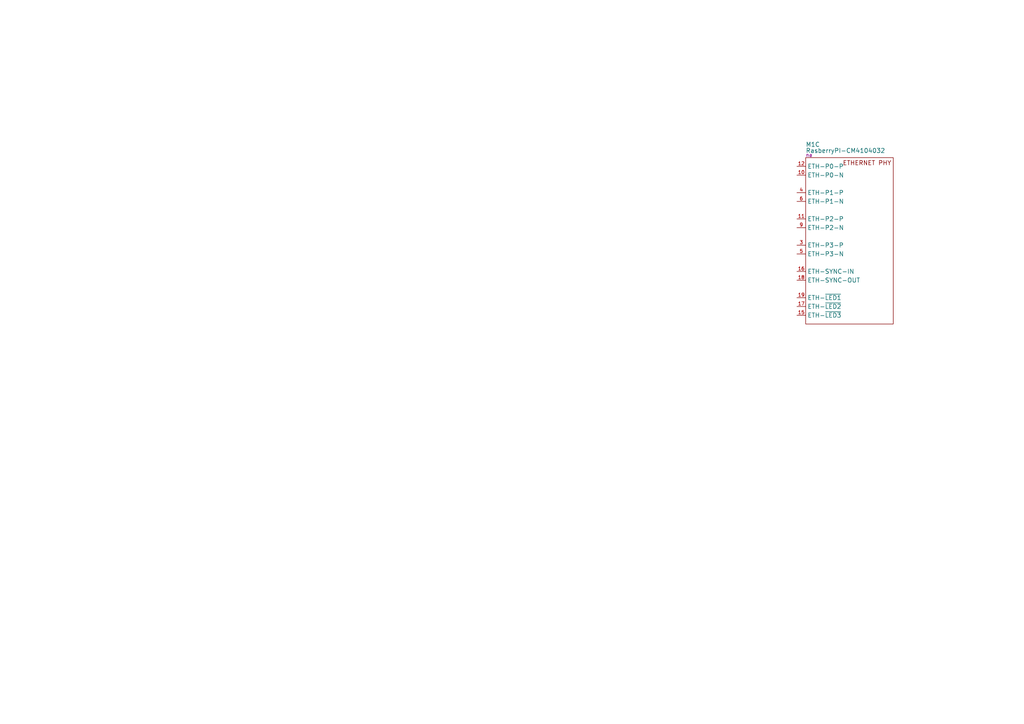
<source format=kicad_sch>
(kicad_sch
	(version 20231120)
	(generator "eeschema")
	(generator_version "8.0")
	(uuid "021b601b-3ecf-4462-876b-19ef82d5b656")
	(paper "A4")
	(title_block
		(title "Benchy Motherboard Ras PI - Ethernet")
		(rev "1")
		(company "Daxxn Industries")
	)
	(lib_symbols
		(symbol "DX_Module_PI:RPI-CM4104032"
			(exclude_from_sim no)
			(in_bom yes)
			(on_board yes)
			(property "Reference" "M"
				(at 0 3.81 0)
				(effects
					(font
						(size 1.27 1.27)
					)
					(justify left)
				)
			)
			(property "Value" "RasberryPI-CM4104032"
				(at 0 2.032 0)
				(effects
					(font
						(size 1.27 1.27)
					)
					(justify left)
				)
			)
			(property "Footprint" "Daxxn_Modules:RPI-CM4_SC0674"
				(at 0 7.62 0)
				(effects
					(font
						(size 1.27 1.27)
					)
					(hide yes)
				)
			)
			(property "Datasheet" "F:\\Electrical\\Datasheets\\RPI-CM4.pdf"
				(at 0 9.144 0)
				(effects
					(font
						(size 1.27 1.27)
					)
					(hide yes)
				)
			)
			(property "Description" "Raspberry Pi Compute Module 4 Rev 5, 1.5GHz quad-core ARM Cortex-A72 Processor 4GB RAM, 32GB Storage"
				(at 0 10.922 0)
				(effects
					(font
						(size 1.27 1.27)
					)
					(hide yes)
				)
			)
			(property "PartNumber" "na"
				(at 0 0.762 0)
				(effects
					(font
						(size 1 1)
					)
					(justify left)
				)
			)
			(property "ki_locked" ""
				(at 0 0 0)
				(effects
					(font
						(size 1.27 1.27)
					)
				)
			)
			(symbol "RPI-CM4104032_1_0"
				(pin power_in line
					(at -2.54 -48.26 0)
					(length 2.54)
					(name "GND"
						(effects
							(font
								(size 1.27 1.27)
							)
						)
					)
					(number "1"
						(effects
							(font
								(size 0.9906 0.9906)
							)
						)
					)
				)
				(pin input line
					(at 53.34 -2.54 180)
					(length 2.54)
					(name "~{EXT-RESET}"
						(effects
							(font
								(size 1.27 1.27)
							)
						)
					)
					(number "100"
						(effects
							(font
								(size 0.9906 0.9906)
							)
						)
					)
				)
				(pin no_connect line
					(at 20.32 -15.24 0)
					(length 2.54) hide
					(name "Reserved"
						(effects
							(font
								(size 1.27 1.27)
							)
						)
					)
					(number "104"
						(effects
							(font
								(size 0.9906 0.9906)
							)
						)
					)
				)
				(pin no_connect line
					(at 20.32 -17.78 0)
					(length 2.54) hide
					(name "Reserved"
						(effects
							(font
								(size 1.27 1.27)
							)
						)
					)
					(number "106"
						(effects
							(font
								(size 0.9906 0.9906)
							)
						)
					)
				)
				(pin power_in line
					(at -2.54 -48.26 0)
					(length 2.54) hide
					(name "GND"
						(effects
							(font
								(size 1.27 1.27)
							)
						)
					)
					(number "107"
						(effects
							(font
								(size 0.9906 0.9906)
							)
						)
					)
				)
				(pin power_in line
					(at -2.54 -48.26 0)
					(length 2.54) hide
					(name "GND"
						(effects
							(font
								(size 1.27 1.27)
							)
						)
					)
					(number "108"
						(effects
							(font
								(size 0.9906 0.9906)
							)
						)
					)
				)
				(pin bidirectional line
					(at -2.54 -30.48 0)
					(length 2.54)
					(name "VDAC-COMP"
						(effects
							(font
								(size 1.27 1.27)
							)
						)
					)
					(number "111"
						(effects
							(font
								(size 0.9906 0.9906)
							)
						)
					)
				)
				(pin power_in line
					(at -2.54 -48.26 0)
					(length 2.54) hide
					(name "GND"
						(effects
							(font
								(size 1.27 1.27)
							)
						)
					)
					(number "113"
						(effects
							(font
								(size 0.9906 0.9906)
							)
						)
					)
				)
				(pin power_in line
					(at -2.54 -48.26 0)
					(length 2.54) hide
					(name "GND"
						(effects
							(font
								(size 1.27 1.27)
							)
						)
					)
					(number "114"
						(effects
							(font
								(size 0.9906 0.9906)
							)
						)
					)
				)
				(pin power_in line
					(at -2.54 -48.26 0)
					(length 2.54) hide
					(name "GND"
						(effects
							(font
								(size 1.27 1.27)
							)
						)
					)
					(number "119"
						(effects
							(font
								(size 0.9906 0.9906)
							)
						)
					)
				)
				(pin power_in line
					(at -2.54 -48.26 0)
					(length 2.54) hide
					(name "GND"
						(effects
							(font
								(size 1.27 1.27)
							)
						)
					)
					(number "120"
						(effects
							(font
								(size 0.9906 0.9906)
							)
						)
					)
				)
				(pin power_in line
					(at -2.54 -48.26 0)
					(length 2.54) hide
					(name "GND"
						(effects
							(font
								(size 1.27 1.27)
							)
						)
					)
					(number "125"
						(effects
							(font
								(size 0.9906 0.9906)
							)
						)
					)
				)
				(pin power_in line
					(at -2.54 -48.26 0)
					(length 2.54) hide
					(name "GND"
						(effects
							(font
								(size 1.27 1.27)
							)
						)
					)
					(number "126"
						(effects
							(font
								(size 0.9906 0.9906)
							)
						)
					)
				)
				(pin power_in line
					(at -2.54 -48.26 0)
					(length 2.54) hide
					(name "GND"
						(effects
							(font
								(size 1.27 1.27)
							)
						)
					)
					(number "13"
						(effects
							(font
								(size 0.9906 0.9906)
							)
						)
					)
				)
				(pin power_in line
					(at -2.54 -48.26 0)
					(length 2.54) hide
					(name "GND"
						(effects
							(font
								(size 1.27 1.27)
							)
						)
					)
					(number "131"
						(effects
							(font
								(size 0.9906 0.9906)
							)
						)
					)
				)
				(pin power_in line
					(at -2.54 -48.26 0)
					(length 2.54) hide
					(name "GND"
						(effects
							(font
								(size 1.27 1.27)
							)
						)
					)
					(number "132"
						(effects
							(font
								(size 0.9906 0.9906)
							)
						)
					)
				)
				(pin power_in line
					(at -2.54 -48.26 0)
					(length 2.54) hide
					(name "GND"
						(effects
							(font
								(size 1.27 1.27)
							)
						)
					)
					(number "137"
						(effects
							(font
								(size 0.9906 0.9906)
							)
						)
					)
				)
				(pin power_in line
					(at -2.54 -48.26 0)
					(length 2.54) hide
					(name "GND"
						(effects
							(font
								(size 1.27 1.27)
							)
						)
					)
					(number "138"
						(effects
							(font
								(size 0.9906 0.9906)
							)
						)
					)
				)
				(pin power_in line
					(at -2.54 -48.26 0)
					(length 2.54) hide
					(name "GND"
						(effects
							(font
								(size 1.27 1.27)
							)
						)
					)
					(number "14"
						(effects
							(font
								(size 0.9906 0.9906)
							)
						)
					)
				)
				(pin power_in line
					(at -2.54 -48.26 0)
					(length 2.54) hide
					(name "GND"
						(effects
							(font
								(size 1.27 1.27)
							)
						)
					)
					(number "144"
						(effects
							(font
								(size 0.9906 0.9906)
							)
						)
					)
				)
				(pin power_in line
					(at -2.54 -48.26 0)
					(length 2.54) hide
					(name "GND"
						(effects
							(font
								(size 1.27 1.27)
							)
						)
					)
					(number "150"
						(effects
							(font
								(size 0.9906 0.9906)
							)
						)
					)
				)
				(pin power_in line
					(at -2.54 -48.26 0)
					(length 2.54) hide
					(name "GND"
						(effects
							(font
								(size 1.27 1.27)
							)
						)
					)
					(number "155"
						(effects
							(font
								(size 0.9906 0.9906)
							)
						)
					)
				)
				(pin power_in line
					(at -2.54 -48.26 0)
					(length 2.54) hide
					(name "GND"
						(effects
							(font
								(size 1.27 1.27)
							)
						)
					)
					(number "156"
						(effects
							(font
								(size 0.9906 0.9906)
							)
						)
					)
				)
				(pin power_in line
					(at -2.54 -48.26 0)
					(length 2.54) hide
					(name "GND"
						(effects
							(font
								(size 1.27 1.27)
							)
						)
					)
					(number "161"
						(effects
							(font
								(size 0.9906 0.9906)
							)
						)
					)
				)
				(pin power_in line
					(at -2.54 -48.26 0)
					(length 2.54) hide
					(name "GND"
						(effects
							(font
								(size 1.27 1.27)
							)
						)
					)
					(number "162"
						(effects
							(font
								(size 0.9906 0.9906)
							)
						)
					)
				)
				(pin power_in line
					(at -2.54 -48.26 0)
					(length 2.54) hide
					(name "GND"
						(effects
							(font
								(size 1.27 1.27)
							)
						)
					)
					(number "167"
						(effects
							(font
								(size 0.9906 0.9906)
							)
						)
					)
				)
				(pin power_in line
					(at -2.54 -48.26 0)
					(length 2.54) hide
					(name "GND"
						(effects
							(font
								(size 1.27 1.27)
							)
						)
					)
					(number "168"
						(effects
							(font
								(size 0.9906 0.9906)
							)
						)
					)
				)
				(pin power_in line
					(at -2.54 -48.26 0)
					(length 2.54) hide
					(name "GND"
						(effects
							(font
								(size 1.27 1.27)
							)
						)
					)
					(number "173"
						(effects
							(font
								(size 0.9906 0.9906)
							)
						)
					)
				)
				(pin power_in line
					(at -2.54 -48.26 0)
					(length 2.54) hide
					(name "GND"
						(effects
							(font
								(size 1.27 1.27)
							)
						)
					)
					(number "174"
						(effects
							(font
								(size 0.9906 0.9906)
							)
						)
					)
				)
				(pin power_in line
					(at -2.54 -48.26 0)
					(length 2.54) hide
					(name "GND"
						(effects
							(font
								(size 1.27 1.27)
							)
						)
					)
					(number "179"
						(effects
							(font
								(size 0.9906 0.9906)
							)
						)
					)
				)
				(pin power_in line
					(at -2.54 -48.26 0)
					(length 2.54) hide
					(name "GND"
						(effects
							(font
								(size 1.27 1.27)
							)
						)
					)
					(number "180"
						(effects
							(font
								(size 0.9906 0.9906)
							)
						)
					)
				)
				(pin power_in line
					(at -2.54 -48.26 0)
					(length 2.54) hide
					(name "GND"
						(effects
							(font
								(size 1.27 1.27)
							)
						)
					)
					(number "185"
						(effects
							(font
								(size 0.9906 0.9906)
							)
						)
					)
				)
				(pin power_in line
					(at -2.54 -48.26 0)
					(length 2.54) hide
					(name "GND"
						(effects
							(font
								(size 1.27 1.27)
							)
						)
					)
					(number "186"
						(effects
							(font
								(size 0.9906 0.9906)
							)
						)
					)
				)
				(pin power_in line
					(at -2.54 -48.26 0)
					(length 2.54) hide
					(name "GND"
						(effects
							(font
								(size 1.27 1.27)
							)
						)
					)
					(number "191"
						(effects
							(font
								(size 0.9906 0.9906)
							)
						)
					)
				)
				(pin power_in line
					(at -2.54 -48.26 0)
					(length 2.54) hide
					(name "GND"
						(effects
							(font
								(size 1.27 1.27)
							)
						)
					)
					(number "192"
						(effects
							(font
								(size 0.9906 0.9906)
							)
						)
					)
				)
				(pin power_in line
					(at -2.54 -48.26 0)
					(length 2.54) hide
					(name "GND"
						(effects
							(font
								(size 1.27 1.27)
							)
						)
					)
					(number "197"
						(effects
							(font
								(size 0.9906 0.9906)
							)
						)
					)
				)
				(pin power_in line
					(at -2.54 -48.26 0)
					(length 2.54) hide
					(name "GND"
						(effects
							(font
								(size 1.27 1.27)
							)
						)
					)
					(number "198"
						(effects
							(font
								(size 0.9906 0.9906)
							)
						)
					)
				)
				(pin power_in line
					(at -2.54 -48.26 0)
					(length 2.54) hide
					(name "GND"
						(effects
							(font
								(size 1.27 1.27)
							)
						)
					)
					(number "2"
						(effects
							(font
								(size 0.9906 0.9906)
							)
						)
					)
				)
				(pin output line
					(at 53.34 -40.64 180)
					(length 2.54)
					(name "EEPROM-~{WP}"
						(effects
							(font
								(size 1.27 1.27)
							)
						)
					)
					(number "20"
						(effects
							(font
								(size 0.9906 0.9906)
							)
						)
					)
				)
				(pin output line
					(at 53.34 -35.56 180)
					(length 2.54)
					(name "PI-~{LED-ACT}"
						(effects
							(font
								(size 1.27 1.27)
							)
						)
					)
					(number "21"
						(effects
							(font
								(size 0.9906 0.9906)
							)
						)
					)
				)
				(pin power_in line
					(at -2.54 -48.26 0)
					(length 2.54) hide
					(name "GND"
						(effects
							(font
								(size 1.27 1.27)
							)
						)
					)
					(number "22"
						(effects
							(font
								(size 0.9906 0.9906)
							)
						)
					)
				)
				(pin power_in line
					(at -2.54 -48.26 0)
					(length 2.54) hide
					(name "GND"
						(effects
							(font
								(size 1.27 1.27)
							)
						)
					)
					(number "23"
						(effects
							(font
								(size 0.9906 0.9906)
							)
						)
					)
				)
				(pin power_in line
					(at -2.54 -48.26 0)
					(length 2.54) hide
					(name "GND"
						(effects
							(font
								(size 1.27 1.27)
							)
						)
					)
					(number "32"
						(effects
							(font
								(size 0.9906 0.9906)
							)
						)
					)
				)
				(pin power_in line
					(at -2.54 -48.26 0)
					(length 2.54) hide
					(name "GND"
						(effects
							(font
								(size 1.27 1.27)
							)
						)
					)
					(number "33"
						(effects
							(font
								(size 0.9906 0.9906)
							)
						)
					)
				)
				(pin power_in line
					(at -2.54 -48.26 0)
					(length 2.54) hide
					(name "GND"
						(effects
							(font
								(size 1.27 1.27)
							)
						)
					)
					(number "42"
						(effects
							(font
								(size 0.9906 0.9906)
							)
						)
					)
				)
				(pin power_in line
					(at -2.54 -48.26 0)
					(length 2.54) hide
					(name "GND"
						(effects
							(font
								(size 1.27 1.27)
							)
						)
					)
					(number "43"
						(effects
							(font
								(size 0.9906 0.9906)
							)
						)
					)
				)
				(pin power_in line
					(at -2.54 -48.26 0)
					(length 2.54) hide
					(name "GND"
						(effects
							(font
								(size 1.27 1.27)
							)
						)
					)
					(number "52"
						(effects
							(font
								(size 0.9906 0.9906)
							)
						)
					)
				)
				(pin power_in line
					(at -2.54 -48.26 0)
					(length 2.54) hide
					(name "GND"
						(effects
							(font
								(size 1.27 1.27)
							)
						)
					)
					(number "53"
						(effects
							(font
								(size 0.9906 0.9906)
							)
						)
					)
				)
				(pin power_in line
					(at -2.54 -48.26 0)
					(length 2.54) hide
					(name "GND"
						(effects
							(font
								(size 1.27 1.27)
							)
						)
					)
					(number "59"
						(effects
							(font
								(size 0.9906 0.9906)
							)
						)
					)
				)
				(pin power_in line
					(at -2.54 -48.26 0)
					(length 2.54) hide
					(name "GND"
						(effects
							(font
								(size 1.27 1.27)
							)
						)
					)
					(number "60"
						(effects
							(font
								(size 0.9906 0.9906)
							)
						)
					)
				)
				(pin power_in line
					(at -2.54 -48.26 0)
					(length 2.54) hide
					(name "GND"
						(effects
							(font
								(size 1.27 1.27)
							)
						)
					)
					(number "65"
						(effects
							(font
								(size 0.9906 0.9906)
							)
						)
					)
				)
				(pin power_in line
					(at -2.54 -48.26 0)
					(length 2.54) hide
					(name "GND"
						(effects
							(font
								(size 1.27 1.27)
							)
						)
					)
					(number "66"
						(effects
							(font
								(size 0.9906 0.9906)
							)
						)
					)
				)
				(pin power_in line
					(at -2.54 -48.26 0)
					(length 2.54) hide
					(name "GND"
						(effects
							(font
								(size 1.27 1.27)
							)
						)
					)
					(number "7"
						(effects
							(font
								(size 0.9906 0.9906)
							)
						)
					)
				)
				(pin power_in line
					(at -2.54 -48.26 0)
					(length 2.54) hide
					(name "GND"
						(effects
							(font
								(size 1.27 1.27)
							)
						)
					)
					(number "71"
						(effects
							(font
								(size 0.9906 0.9906)
							)
						)
					)
				)
				(pin input line
					(at -2.54 -35.56 0)
					(length 2.54)
					(name "SD-VDD-OVERRIDE"
						(effects
							(font
								(size 1.27 1.27)
							)
						)
					)
					(number "73"
						(effects
							(font
								(size 0.9906 0.9906)
							)
						)
					)
				)
				(pin power_in line
					(at -2.54 -48.26 0)
					(length 2.54) hide
					(name "GND"
						(effects
							(font
								(size 1.27 1.27)
							)
						)
					)
					(number "74"
						(effects
							(font
								(size 0.9906 0.9906)
							)
						)
					)
				)
				(pin input line
					(at -2.54 -38.1 0)
					(length 2.54)
					(name "SD-PWR-ON"
						(effects
							(font
								(size 1.27 1.27)
							)
						)
					)
					(number "75"
						(effects
							(font
								(size 0.9906 0.9906)
							)
						)
					)
				)
				(pin no_connect line
					(at 20.32 -12.7 0)
					(length 2.54) hide
					(name "Reserved"
						(effects
							(font
								(size 1.27 1.27)
							)
						)
					)
					(number "76"
						(effects
							(font
								(size 0.9906 0.9906)
							)
						)
					)
				)
				(pin power_in line
					(at -2.54 -2.54 0)
					(length 2.54) hide
					(name "+5VIN"
						(effects
							(font
								(size 1.27 1.27)
							)
						)
					)
					(number "77"
						(effects
							(font
								(size 0.9906 0.9906)
							)
						)
					)
				)
				(pin input line
					(at -2.54 -17.78 0)
					(length 2.54)
					(name "GPIO-VREF"
						(effects
							(font
								(size 1.27 1.27)
							)
						)
					)
					(number "78"
						(effects
							(font
								(size 0.9906 0.9906)
							)
						)
					)
				)
				(pin power_in line
					(at -2.54 -2.54 0)
					(length 2.54)
					(name "+5VIN"
						(effects
							(font
								(size 1.27 1.27)
							)
						)
					)
					(number "79"
						(effects
							(font
								(size 0.9906 0.9906)
							)
						)
					)
				)
				(pin power_in line
					(at -2.54 -48.26 0)
					(length 2.54) hide
					(name "GND"
						(effects
							(font
								(size 1.27 1.27)
							)
						)
					)
					(number "8"
						(effects
							(font
								(size 0.9906 0.9906)
							)
						)
					)
				)
				(pin power_in line
					(at -2.54 -2.54 0)
					(length 2.54) hide
					(name "+5VIN"
						(effects
							(font
								(size 1.27 1.27)
							)
						)
					)
					(number "81"
						(effects
							(font
								(size 0.9906 0.9906)
							)
						)
					)
				)
				(pin power_in line
					(at -2.54 -2.54 0)
					(length 2.54) hide
					(name "+5VIN"
						(effects
							(font
								(size 1.27 1.27)
							)
						)
					)
					(number "83"
						(effects
							(font
								(size 0.9906 0.9906)
							)
						)
					)
				)
				(pin power_out line
					(at -2.54 -7.62 0)
					(length 2.54)
					(name "CM4-3.3V"
						(effects
							(font
								(size 1.27 1.27)
							)
						)
					)
					(number "84"
						(effects
							(font
								(size 0.9906 0.9906)
							)
						)
					)
				)
				(pin power_in line
					(at -2.54 -2.54 0)
					(length 2.54) hide
					(name "+5VIN"
						(effects
							(font
								(size 1.27 1.27)
							)
						)
					)
					(number "85"
						(effects
							(font
								(size 0.9906 0.9906)
							)
						)
					)
				)
				(pin power_out line
					(at -2.54 -7.62 0)
					(length 2.54) hide
					(name "CM4-3.3V"
						(effects
							(font
								(size 1.27 1.27)
							)
						)
					)
					(number "86"
						(effects
							(font
								(size 0.9906 0.9906)
							)
						)
					)
				)
				(pin power_in line
					(at -2.54 -2.54 0)
					(length 2.54) hide
					(name "+5VIN"
						(effects
							(font
								(size 1.27 1.27)
							)
						)
					)
					(number "87"
						(effects
							(font
								(size 0.9906 0.9906)
							)
						)
					)
				)
				(pin power_out line
					(at -2.54 -12.7 0)
					(length 2.54)
					(name "CM4-1.8V"
						(effects
							(font
								(size 1.27 1.27)
							)
						)
					)
					(number "88"
						(effects
							(font
								(size 0.9906 0.9906)
							)
						)
					)
				)
				(pin input line
					(at 53.34 -7.62 180)
					(length 2.54)
					(name "WL-~{DISABLE}"
						(effects
							(font
								(size 1.27 1.27)
							)
						)
					)
					(number "89"
						(effects
							(font
								(size 0.9906 0.9906)
							)
						)
					)
				)
				(pin power_out line
					(at -2.54 -12.7 0)
					(length 2.54) hide
					(name "CM4-1.8V"
						(effects
							(font
								(size 1.27 1.27)
							)
						)
					)
					(number "90"
						(effects
							(font
								(size 0.9906 0.9906)
							)
						)
					)
				)
				(pin input line
					(at 53.34 -10.16 180)
					(length 2.54)
					(name "BT-~{Disable}"
						(effects
							(font
								(size 1.27 1.27)
							)
						)
					)
					(number "91"
						(effects
							(font
								(size 0.9906 0.9906)
							)
						)
					)
				)
				(pin bidirectional line
					(at 53.34 -17.78 180)
					(length 2.54)
					(name "RUN-PG"
						(effects
							(font
								(size 1.27 1.27)
							)
						)
					)
					(number "92"
						(effects
							(font
								(size 0.9906 0.9906)
							)
						)
					)
				)
				(pin input line
					(at 53.34 -15.24 180)
					(length 2.54)
					(name "~{RPIBOOT}"
						(effects
							(font
								(size 1.27 1.27)
							)
						)
					)
					(number "93"
						(effects
							(font
								(size 0.9906 0.9906)
							)
						)
					)
				)
				(pin input line
					(at 53.34 -50.8 180)
					(length 2.54)
					(name "AnalogIP1"
						(effects
							(font
								(size 1.27 1.27)
							)
						)
					)
					(number "94"
						(effects
							(font
								(size 0.9906 0.9906)
							)
						)
					)
				)
				(pin input line
					(at 53.34 -33.02 180)
					(length 2.54)
					(name "PI-LED-~{PWR}"
						(effects
							(font
								(size 1.27 1.27)
							)
						)
					)
					(number "95"
						(effects
							(font
								(size 0.9906 0.9906)
							)
						)
					)
				)
				(pin input line
					(at 53.34 -48.26 180)
					(length 2.54)
					(name "AnalogIP0"
						(effects
							(font
								(size 1.27 1.27)
							)
						)
					)
					(number "96"
						(effects
							(font
								(size 0.9906 0.9906)
							)
						)
					)
				)
				(pin input line
					(at 53.34 -27.94 180)
					(length 2.54)
					(name "Camera-GPIO"
						(effects
							(font
								(size 1.27 1.27)
							)
						)
					)
					(number "97"
						(effects
							(font
								(size 0.9906 0.9906)
							)
						)
					)
				)
				(pin power_in line
					(at -2.54 -48.26 0)
					(length 2.54) hide
					(name "GND"
						(effects
							(font
								(size 1.27 1.27)
							)
						)
					)
					(number "98"
						(effects
							(font
								(size 0.9906 0.9906)
							)
						)
					)
				)
				(pin input line
					(at 53.34 -22.86 180)
					(length 2.54)
					(name "GLOBAL-EN"
						(effects
							(font
								(size 1.27 1.27)
							)
						)
					)
					(number "99"
						(effects
							(font
								(size 0.9906 0.9906)
							)
						)
					)
				)
				(pin power_in line
					(at -2.54 -50.8 0)
					(length 2.54)
					(name "SHIELD"
						(effects
							(font
								(size 1.27 1.27)
							)
						)
					)
					(number "SH"
						(effects
							(font
								(size 0.9906 0.9906)
							)
						)
					)
				)
			)
			(symbol "RPI-CM4104032_1_1"
				(rectangle
					(start 0 0)
					(end 50.8 -53.34)
					(stroke
						(width 0)
						(type default)
					)
					(fill
						(type none)
					)
				)
				(text "POWER\n&\nCONTROL"
					(at 25.4 -3.556 0)
					(effects
						(font
							(size 1.27 1.27)
						)
					)
				)
			)
			(symbol "RPI-CM4104032_2_0"
				(pin output line
					(at -2.54 -25.4 0)
					(length 2.54)
					(name "SD-CLK"
						(effects
							(font
								(size 1.27 1.27)
							)
						)
					)
					(number "57"
						(effects
							(font
								(size 0.9906 0.9906)
							)
						)
					)
				)
				(pin bidirectional line
					(at -2.54 -10.16 0)
					(length 2.54)
					(name "SD-DAT3"
						(effects
							(font
								(size 1.27 1.27)
							)
						)
					)
					(number "61"
						(effects
							(font
								(size 0.9906 0.9906)
							)
						)
					)
				)
				(pin output line
					(at -2.54 -27.94 0)
					(length 2.54)
					(name "SD-CMD"
						(effects
							(font
								(size 1.27 1.27)
							)
						)
					)
					(number "62"
						(effects
							(font
								(size 0.9906 0.9906)
							)
						)
					)
				)
				(pin bidirectional line
					(at -2.54 -2.54 0)
					(length 2.54)
					(name "SD-DAT0"
						(effects
							(font
								(size 1.27 1.27)
							)
						)
					)
					(number "63"
						(effects
							(font
								(size 0.9906 0.9906)
							)
						)
					)
				)
				(pin bidirectional line
					(at -2.54 -15.24 0)
					(length 2.54)
					(name "SD-DAT5"
						(effects
							(font
								(size 1.27 1.27)
							)
						)
					)
					(number "64"
						(effects
							(font
								(size 0.9906 0.9906)
							)
						)
					)
				)
				(pin bidirectional line
					(at -2.54 -5.08 0)
					(length 2.54)
					(name "SD-DAT1"
						(effects
							(font
								(size 1.27 1.27)
							)
						)
					)
					(number "67"
						(effects
							(font
								(size 0.9906 0.9906)
							)
						)
					)
				)
				(pin bidirectional line
					(at -2.54 -12.7 0)
					(length 2.54)
					(name "SD-DAT4"
						(effects
							(font
								(size 1.27 1.27)
							)
						)
					)
					(number "68"
						(effects
							(font
								(size 0.9906 0.9906)
							)
						)
					)
				)
				(pin bidirectional line
					(at -2.54 -7.62 0)
					(length 2.54)
					(name "SD-DAT2"
						(effects
							(font
								(size 1.27 1.27)
							)
						)
					)
					(number "69"
						(effects
							(font
								(size 0.9906 0.9906)
							)
						)
					)
				)
				(pin bidirectional line
					(at -2.54 -20.32 0)
					(length 2.54)
					(name "SD-DAT7"
						(effects
							(font
								(size 1.27 1.27)
							)
						)
					)
					(number "70"
						(effects
							(font
								(size 0.9906 0.9906)
							)
						)
					)
				)
				(pin bidirectional line
					(at -2.54 -17.78 0)
					(length 2.54)
					(name "SD-DAT6"
						(effects
							(font
								(size 1.27 1.27)
							)
						)
					)
					(number "72"
						(effects
							(font
								(size 0.9906 0.9906)
							)
						)
					)
				)
			)
			(symbol "RPI-CM4104032_2_1"
				(rectangle
					(start 0 0)
					(end 25.4 -30.48)
					(stroke
						(width 0)
						(type default)
					)
					(fill
						(type none)
					)
				)
				(text "ONLY FOR THE CM4Lite (NO STORAGE)"
					(at 12.7 -29.718 0)
					(effects
						(font
							(size 0.8 0.8)
						)
					)
				)
				(text "SDCARD\neMMC"
					(at 24.892 -2.54 0)
					(effects
						(font
							(size 1.27 1.27)
						)
						(justify right)
					)
				)
			)
			(symbol "RPI-CM4104032_3_0"
				(pin bidirectional line
					(at -2.54 -5.08 0)
					(length 2.54)
					(name "ETH-P0-N"
						(effects
							(font
								(size 1.27 1.27)
							)
						)
					)
					(number "10"
						(effects
							(font
								(size 0.9906 0.9906)
							)
						)
					)
				)
				(pin bidirectional line
					(at -2.54 -17.78 0)
					(length 2.54)
					(name "ETH-P2-P"
						(effects
							(font
								(size 1.27 1.27)
							)
						)
					)
					(number "11"
						(effects
							(font
								(size 0.9906 0.9906)
							)
						)
					)
				)
				(pin bidirectional line
					(at -2.54 -2.54 0)
					(length 2.54)
					(name "ETH-P0-P"
						(effects
							(font
								(size 1.27 1.27)
							)
						)
					)
					(number "12"
						(effects
							(font
								(size 0.9906 0.9906)
							)
						)
					)
				)
				(pin output line
					(at -2.54 -45.72 0)
					(length 2.54)
					(name "ETH-~{LED3}"
						(effects
							(font
								(size 1.27 1.27)
							)
						)
					)
					(number "15"
						(effects
							(font
								(size 0.9906 0.9906)
							)
						)
					)
				)
				(pin input line
					(at -2.54 -33.02 0)
					(length 2.54)
					(name "ETH-SYNC-IN"
						(effects
							(font
								(size 1.27 1.27)
							)
						)
					)
					(number "16"
						(effects
							(font
								(size 0.9906 0.9906)
							)
						)
					)
				)
				(pin output line
					(at -2.54 -43.18 0)
					(length 2.54)
					(name "ETH-~{LED2}"
						(effects
							(font
								(size 1.27 1.27)
							)
						)
					)
					(number "17"
						(effects
							(font
								(size 0.9906 0.9906)
							)
						)
					)
				)
				(pin output line
					(at -2.54 -35.56 0)
					(length 2.54)
					(name "ETH-SYNC-OUT"
						(effects
							(font
								(size 1.27 1.27)
							)
						)
					)
					(number "18"
						(effects
							(font
								(size 0.9906 0.9906)
							)
						)
					)
				)
				(pin output line
					(at -2.54 -40.64 0)
					(length 2.54)
					(name "ETH-~{LED1}"
						(effects
							(font
								(size 1.27 1.27)
							)
						)
					)
					(number "19"
						(effects
							(font
								(size 0.9906 0.9906)
							)
						)
					)
				)
				(pin bidirectional line
					(at -2.54 -25.4 0)
					(length 2.54)
					(name "ETH-P3-P"
						(effects
							(font
								(size 1.27 1.27)
							)
						)
					)
					(number "3"
						(effects
							(font
								(size 0.9906 0.9906)
							)
						)
					)
				)
				(pin bidirectional line
					(at -2.54 -10.16 0)
					(length 2.54)
					(name "ETH-P1-P"
						(effects
							(font
								(size 1.27 1.27)
							)
						)
					)
					(number "4"
						(effects
							(font
								(size 0.9906 0.9906)
							)
						)
					)
				)
				(pin bidirectional line
					(at -2.54 -27.94 0)
					(length 2.54)
					(name "ETH-P3-N"
						(effects
							(font
								(size 1.27 1.27)
							)
						)
					)
					(number "5"
						(effects
							(font
								(size 0.9906 0.9906)
							)
						)
					)
				)
				(pin bidirectional line
					(at -2.54 -12.7 0)
					(length 2.54)
					(name "ETH-P1-N"
						(effects
							(font
								(size 1.27 1.27)
							)
						)
					)
					(number "6"
						(effects
							(font
								(size 0.9906 0.9906)
							)
						)
					)
				)
				(pin bidirectional line
					(at -2.54 -20.32 0)
					(length 2.54)
					(name "ETH-P2-N"
						(effects
							(font
								(size 1.27 1.27)
							)
						)
					)
					(number "9"
						(effects
							(font
								(size 0.9906 0.9906)
							)
						)
					)
				)
			)
			(symbol "RPI-CM4104032_3_1"
				(rectangle
					(start 0 0)
					(end 25.4 -48.26)
					(stroke
						(width 0)
						(type default)
					)
					(fill
						(type none)
					)
				)
				(text "ETHERNET PHY"
					(at 24.892 -1.524 0)
					(effects
						(font
							(size 1.27 1.27)
						)
						(justify right)
					)
				)
			)
			(symbol "RPI-CM4104032_4_0"
				(pin bidirectional line
					(at -2.54 -68.58 0)
					(length 2.54)
					(name "GPIO26"
						(effects
							(font
								(size 1.27 1.27)
							)
						)
					)
					(number "24"
						(effects
							(font
								(size 0.9906 0.9906)
							)
						)
					)
					(alternate "ARM_TDI" bidirectional line)
					(alternate "DPI_D22" bidirectional line)
					(alternate "SD0_DAT2" bidirectional line)
					(alternate "SD1_DAT2" bidirectional line)
					(alternate "SPI5_CE1_N" bidirectional line)
				)
				(pin bidirectional line
					(at -2.54 -55.88 0)
					(length 2.54)
					(name "GPIO21"
						(effects
							(font
								(size 1.27 1.27)
							)
						)
					)
					(number "25"
						(effects
							(font
								(size 0.9906 0.9906)
							)
						)
					)
					(alternate "DPI_D17" bidirectional line)
					(alternate "GPCLK1" bidirectional line)
					(alternate "PCM_DOUT" bidirectional line)
					(alternate "SD13" bidirectional line)
					(alternate "SPI1_SCLK" bidirectional line)
					(alternate "SPI6_SCLK" bidirectional line)
				)
				(pin bidirectional line
					(at -2.54 -50.8 0)
					(length 2.54)
					(name "GPIO19"
						(effects
							(font
								(size 1.27 1.27)
							)
						)
					)
					(number "26"
						(effects
							(font
								(size 0.9906 0.9906)
							)
						)
					)
					(alternate "DPI_D15" bidirectional line)
					(alternate "PCM_FS" bidirectional line)
					(alternate "PWM0_1" bidirectional line)
					(alternate "SD11" bidirectional line)
					(alternate "SPI1_MISO" bidirectional line)
					(alternate "SPI6_MISO" bidirectional line)
				)
				(pin bidirectional line
					(at -2.54 -53.34 0)
					(length 2.54)
					(name "GPIO20"
						(effects
							(font
								(size 1.27 1.27)
							)
						)
					)
					(number "27"
						(effects
							(font
								(size 0.9906 0.9906)
							)
						)
					)
					(alternate "DPI_D16" bidirectional line)
					(alternate "GPCLK0" bidirectional line)
					(alternate "PCM_DIN" bidirectional line)
					(alternate "SD12" bidirectional line)
					(alternate "SPI1_MOSI" bidirectional line)
					(alternate "SPI6_MOSI" bidirectional line)
				)
				(pin bidirectional line
					(at -2.54 -35.56 0)
					(length 2.54)
					(name "GPIO13"
						(effects
							(font
								(size 1.27 1.27)
							)
						)
					)
					(number "28"
						(effects
							(font
								(size 0.9906 0.9906)
							)
						)
					)
					(alternate "DPI_D9" bidirectional line)
					(alternate "PWM0_1" bidirectional line)
					(alternate "RXD5" bidirectional line)
					(alternate "SCL5" bidirectional line)
					(alternate "SD5" bidirectional line)
					(alternate "SPI5_MISO" bidirectional line)
				)
				(pin bidirectional line
					(at -2.54 -43.18 0)
					(length 2.54)
					(name "GPIO16"
						(effects
							(font
								(size 1.27 1.27)
							)
						)
					)
					(number "29"
						(effects
							(font
								(size 0.9906 0.9906)
							)
						)
					)
					(alternate "CTS0" bidirectional line)
					(alternate "CTS1" bidirectional line)
					(alternate "DPI_D12" bidirectional line)
					(alternate "SD8" bidirectional line)
					(alternate "SPI1_CE2_N" bidirectional line)
				)
				(pin bidirectional line
					(at -2.54 -17.78 0)
					(length 2.54)
					(name "GPIO6"
						(effects
							(font
								(size 1.27 1.27)
							)
						)
					)
					(number "30"
						(effects
							(font
								(size 0.9906 0.9906)
							)
						)
					)
					(alternate "CTS3" bidirectional line)
					(alternate "DPI_D2" bidirectional line)
					(alternate "GPCLK2" bidirectional line)
					(alternate "SDA4" bidirectional line)
					(alternate "SOE_N/SE" bidirectional line)
					(alternate "SPI4_MOSI" bidirectional line)
				)
				(pin bidirectional line
					(at -2.54 -33.02 0)
					(length 2.54)
					(name "GPIO12"
						(effects
							(font
								(size 1.27 1.27)
							)
						)
					)
					(number "31"
						(effects
							(font
								(size 0.9906 0.9906)
							)
						)
					)
					(alternate "DPI_D8" bidirectional line)
					(alternate "PWM0_0" bidirectional line)
					(alternate "SD4" bidirectional line)
					(alternate "SDA5" bidirectional line)
					(alternate "SPI5_CE0_N" bidirectional line)
					(alternate "TXD5" bidirectional line)
				)
				(pin bidirectional line
					(at -2.54 -15.24 0)
					(length 2.54)
					(name "GPIO5"
						(effects
							(font
								(size 1.27 1.27)
							)
						)
					)
					(number "34"
						(effects
							(font
								(size 0.9906 0.9906)
							)
						)
					)
					(alternate "DPI_D1" bidirectional line)
					(alternate "GPCLK1" bidirectional line)
					(alternate "RXD3" bidirectional line)
					(alternate "SA0" bidirectional line)
					(alternate "SCL3" bidirectional line)
					(alternate "SPI4_MISO" bidirectional line)
				)
				(pin output line
					(at -2.54 -76.2 0)
					(length 2.54)
					(name "ID-SC"
						(effects
							(font
								(size 1.27 1.27)
							)
						)
					)
					(number "35"
						(effects
							(font
								(size 0.9906 0.9906)
							)
						)
					)
				)
				(pin bidirectional line
					(at -2.54 -78.74 0)
					(length 2.54)
					(name "ID-SD"
						(effects
							(font
								(size 1.27 1.27)
							)
						)
					)
					(number "36"
						(effects
							(font
								(size 0.9906 0.9906)
							)
						)
					)
				)
				(pin bidirectional line
					(at -2.54 -20.32 0)
					(length 2.54)
					(name "GPIO7"
						(effects
							(font
								(size 1.27 1.27)
							)
						)
					)
					(number "37"
						(effects
							(font
								(size 0.9906 0.9906)
							)
						)
					)
					(alternate "DPI_D3" bidirectional line)
					(alternate "RTS3" bidirectional line)
					(alternate "SCL4" bidirectional line)
					(alternate "SPI0_CE1_N" bidirectional line)
					(alternate "SPI4_SCLK" bidirectional line)
					(alternate "SWE_N/SRW_N" bidirectional line)
				)
				(pin bidirectional line
					(at -2.54 -30.48 0)
					(length 2.54)
					(name "GPIO11"
						(effects
							(font
								(size 1.27 1.27)
							)
						)
					)
					(number "38"
						(effects
							(font
								(size 0.9906 0.9906)
							)
						)
					)
					(alternate "BSCSL SCL/SCLK" bidirectional line)
					(alternate "DPI_D7" bidirectional line)
					(alternate "RTS4" bidirectional line)
					(alternate "SCL5" bidirectional line)
					(alternate "SD3" bidirectional line)
					(alternate "SPI0_SCLK" bidirectional line)
				)
				(pin bidirectional line
					(at -2.54 -22.86 0)
					(length 2.54)
					(name "GPIO8"
						(effects
							(font
								(size 1.27 1.27)
							)
						)
					)
					(number "39"
						(effects
							(font
								(size 0.9906 0.9906)
							)
						)
					)
					(alternate "BSCSL/CE_N" bidirectional line)
					(alternate "DPI_D4" bidirectional line)
					(alternate "SD0" bidirectional line)
					(alternate "SDA4" bidirectional line)
					(alternate "SPI0_CE0_N" bidirectional line)
					(alternate "TXD4" bidirectional line)
				)
				(pin bidirectional line
					(at -2.54 -25.4 0)
					(length 2.54)
					(name "GPIO9"
						(effects
							(font
								(size 1.27 1.27)
							)
						)
					)
					(number "40"
						(effects
							(font
								(size 0.9906 0.9906)
							)
						)
					)
					(alternate "BSCSL/MISO" bidirectional line)
					(alternate "DPI_D5" bidirectional line)
					(alternate "RXD4" bidirectional line)
					(alternate "SCL4" bidirectional line)
					(alternate "SD1" bidirectional line)
					(alternate "SPI0_MISO" bidirectional line)
				)
				(pin bidirectional line
					(at -2.54 -66.04 0)
					(length 2.54)
					(name "GPIO25"
						(effects
							(font
								(size 1.27 1.27)
							)
						)
					)
					(number "41"
						(effects
							(font
								(size 0.9906 0.9906)
							)
						)
					)
					(alternate "ARM_TCK" bidirectional line)
					(alternate "DPI_D21" bidirectional line)
					(alternate "SD0_DAT1" bidirectional line)
					(alternate "SD17" bidirectional line)
					(alternate "SD1_DAT1" bidirectional line)
					(alternate "SPI4_CE1_N" bidirectional line)
				)
				(pin bidirectional line
					(at -2.54 -27.94 0)
					(length 2.54)
					(name "GPIO10"
						(effects
							(font
								(size 1.27 1.27)
							)
						)
					)
					(number "44"
						(effects
							(font
								(size 0.9906 0.9906)
							)
						)
					)
					(alternate "BSCSL SDA/MOSI" bidirectional line)
					(alternate "CTS4" bidirectional line)
					(alternate "DPI_D6" bidirectional line)
					(alternate "SD2" bidirectional line)
					(alternate "SDA5" bidirectional line)
					(alternate "SPI0_MOSI" bidirectional line)
				)
				(pin bidirectional line
					(at -2.54 -63.5 0)
					(length 2.54)
					(name "GPIO24"
						(effects
							(font
								(size 1.27 1.27)
							)
						)
					)
					(number "45"
						(effects
							(font
								(size 0.9906 0.9906)
							)
						)
					)
					(alternate "ARM_TDO" bidirectional line)
					(alternate "DPI_D20" bidirectional line)
					(alternate "SD0_DAT0" bidirectional line)
					(alternate "SD16" bidirectional line)
					(alternate "SD1_DAT0" bidirectional line)
					(alternate "SPI3_CE1_N" bidirectional line)
				)
				(pin bidirectional line
					(at -2.54 -58.42 0)
					(length 2.54)
					(name "GPIO22"
						(effects
							(font
								(size 1.27 1.27)
							)
						)
					)
					(number "46"
						(effects
							(font
								(size 0.9906 0.9906)
							)
						)
					)
					(alternate "ARM_TRST" bidirectional line)
					(alternate "DPI_D18" bidirectional line)
					(alternate "SD0_CLK" bidirectional line)
					(alternate "SD14" bidirectional line)
					(alternate "SD1_CLK" bidirectional line)
					(alternate "SDA6" bidirectional line)
				)
				(pin bidirectional line
					(at -2.54 -60.96 0)
					(length 2.54)
					(name "GPIO23"
						(effects
							(font
								(size 1.27 1.27)
							)
						)
					)
					(number "47"
						(effects
							(font
								(size 0.9906 0.9906)
							)
						)
					)
					(alternate "ARM_RTCK" bidirectional line)
					(alternate "DPI_D19" bidirectional line)
					(alternate "SCL6" bidirectional line)
					(alternate "SD0_CMD" bidirectional line)
					(alternate "SD15" bidirectional line)
					(alternate "SD1_CMD" bidirectional line)
				)
				(pin bidirectional line
					(at -2.54 -71.12 0)
					(length 2.54)
					(name "GPIO27"
						(effects
							(font
								(size 1.27 1.27)
							)
						)
					)
					(number "48"
						(effects
							(font
								(size 0.9906 0.9906)
							)
						)
					)
					(alternate "ARM_TMS" bidirectional line)
					(alternate "DPI_D23" bidirectional line)
					(alternate "SD0_DAT3" bidirectional line)
					(alternate "SD1_DAT3" bidirectional line)
					(alternate "SPI6_CE1_N" bidirectional line)
				)
				(pin bidirectional line
					(at -2.54 -48.26 0)
					(length 2.54)
					(name "GPIO18"
						(effects
							(font
								(size 1.27 1.27)
							)
						)
					)
					(number "49"
						(effects
							(font
								(size 0.9906 0.9906)
							)
						)
					)
					(alternate "DPI_D14" bidirectional line)
					(alternate "PCM_CLK" bidirectional line)
					(alternate "PWM0_0" bidirectional line)
					(alternate "SD10" bidirectional line)
					(alternate "SPI1_CE0_N" bidirectional line)
					(alternate "SPI6_CE0_N" bidirectional line)
				)
				(pin bidirectional line
					(at -2.54 -45.72 0)
					(length 2.54)
					(name "GPIO17"
						(effects
							(font
								(size 1.27 1.27)
							)
						)
					)
					(number "50"
						(effects
							(font
								(size 0.9906 0.9906)
							)
						)
					)
					(alternate "DPI_D13" bidirectional line)
					(alternate "RTS0" bidirectional line)
					(alternate "RTS1" bidirectional line)
					(alternate "SD9" bidirectional line)
					(alternate "SPI1_CE1_N" bidirectional line)
				)
				(pin bidirectional line
					(at -2.54 -40.64 0)
					(length 2.54)
					(name "GPIO15"
						(effects
							(font
								(size 1.27 1.27)
							)
						)
					)
					(number "51"
						(effects
							(font
								(size 0.9906 0.9906)
							)
						)
					)
					(alternate "DPI_D11" bidirectional line)
					(alternate "RTS5" bidirectional line)
					(alternate "RXD0" bidirectional line)
					(alternate "RXD1" bidirectional line)
					(alternate "SD7" bidirectional line)
					(alternate "SPI5_SCLK" bidirectional line)
				)
				(pin bidirectional line
					(at -2.54 -12.7 0)
					(length 2.54)
					(name "GPIO4"
						(effects
							(font
								(size 1.27 1.27)
							)
						)
					)
					(number "54"
						(effects
							(font
								(size 0.9906 0.9906)
							)
						)
					)
					(alternate "DPI_D0" bidirectional line)
					(alternate "GPCLK0" bidirectional line)
					(alternate "SA1" bidirectional line)
					(alternate "SDA3" bidirectional line)
					(alternate "SPI4_CE0_N" bidirectional line)
					(alternate "TXD3" bidirectional line)
				)
				(pin bidirectional line
					(at -2.54 -38.1 0)
					(length 2.54)
					(name "GPIO14"
						(effects
							(font
								(size 1.27 1.27)
							)
						)
					)
					(number "55"
						(effects
							(font
								(size 0.9906 0.9906)
							)
						)
					)
					(alternate "CTS5" bidirectional line)
					(alternate "DPI_D10" bidirectional line)
					(alternate "SD6" bidirectional line)
					(alternate "SPI5_MOSI" bidirectional line)
					(alternate "TXD0" bidirectional line)
					(alternate "TXD1" bidirectional line)
				)
				(pin bidirectional line
					(at -2.54 -10.16 0)
					(length 2.54)
					(name "GPIO3"
						(effects
							(font
								(size 1.27 1.27)
							)
						)
					)
					(number "56"
						(effects
							(font
								(size 0.9906 0.9906)
							)
						)
					)
					(alternate "LCD_HSYNC" bidirectional line)
					(alternate "RTS2" bidirectional line)
					(alternate "SA2" bidirectional line)
					(alternate "SCL1" bidirectional line)
					(alternate "SCL3" bidirectional line)
					(alternate "SPI3_SCLK" bidirectional line)
				)
				(pin bidirectional line
					(at -2.54 -7.62 0)
					(length 2.54)
					(name "GPIO2"
						(effects
							(font
								(size 1.27 1.27)
							)
						)
					)
					(number "58"
						(effects
							(font
								(size 0.9906 0.9906)
							)
						)
					)
					(alternate "CTS2" bidirectional line)
					(alternate "LCD_VSYNC" bidirectional line)
					(alternate "SA3" bidirectional line)
					(alternate "SDA1" bidirectional line)
					(alternate "SDA3" bidirectional line)
					(alternate "SPI3_MOSI" bidirectional line)
				)
				(pin bidirectional line
					(at -2.54 -5.08 0)
					(length 2.54)
					(name "GPIO1"
						(effects
							(font
								(size 1.27 1.27)
							)
						)
					)
					(number "80"
						(effects
							(font
								(size 0.9906 0.9906)
							)
						)
					)
					(alternate "DE" bidirectional line)
					(alternate "RXD2" bidirectional line)
					(alternate "SA4" bidirectional line)
					(alternate "SCL0" bidirectional line)
					(alternate "SCL6" bidirectional line)
					(alternate "SPI3_MISO" bidirectional line)
				)
				(pin bidirectional line
					(at -2.54 -2.54 0)
					(length 2.54)
					(name "GPIO0"
						(effects
							(font
								(size 1.27 1.27)
							)
						)
					)
					(number "82"
						(effects
							(font
								(size 0.9906 0.9906)
							)
						)
					)
					(alternate "PCLK" bidirectional line)
					(alternate "SA5" bidirectional line)
					(alternate "SDA0" bidirectional line)
					(alternate "SDA6" bidirectional line)
					(alternate "SPI3-CE0-N" bidirectional line)
					(alternate "TXD2" bidirectional line)
				)
			)
			(symbol "RPI-CM4104032_4_1"
				(rectangle
					(start 0 0)
					(end 25.4 -86.36)
					(stroke
						(width 0)
						(type default)
					)
					(fill
						(type none)
					)
				)
				(text "GPIO"
					(at 24.892 -1.524 0)
					(effects
						(font
							(size 1.27 1.27)
						)
						(justify right)
					)
				)
			)
			(symbol "RPI-CM4104032_5_0"
				(pin bidirectional line
					(at -2.54 -27.94 0)
					(length 2.54)
					(name "CAM1-D0-N"
						(effects
							(font
								(size 1.27 1.27)
							)
						)
					)
					(number "115"
						(effects
							(font
								(size 0.9906 0.9906)
							)
						)
					)
				)
				(pin bidirectional line
					(at -2.54 -25.4 0)
					(length 2.54)
					(name "CAM1-D0-P"
						(effects
							(font
								(size 1.27 1.27)
							)
						)
					)
					(number "117"
						(effects
							(font
								(size 0.9906 0.9906)
							)
						)
					)
				)
				(pin bidirectional line
					(at -2.54 -35.56 0)
					(length 2.54)
					(name "CAM1-D1-N"
						(effects
							(font
								(size 1.27 1.27)
							)
						)
					)
					(number "121"
						(effects
							(font
								(size 0.9906 0.9906)
							)
						)
					)
				)
				(pin bidirectional line
					(at -2.54 -33.02 0)
					(length 2.54)
					(name "CAM1-D1-P"
						(effects
							(font
								(size 1.27 1.27)
							)
						)
					)
					(number "123"
						(effects
							(font
								(size 0.9906 0.9906)
							)
						)
					)
				)
				(pin bidirectional line
					(at -2.54 -58.42 0)
					(length 2.54)
					(name "CAM1-C-N"
						(effects
							(font
								(size 1.27 1.27)
							)
						)
					)
					(number "127"
						(effects
							(font
								(size 0.9906 0.9906)
							)
						)
					)
				)
				(pin bidirectional line
					(at -2.54 -5.08 0)
					(length 2.54)
					(name "CAM0-D0-N"
						(effects
							(font
								(size 1.27 1.27)
							)
						)
					)
					(number "128"
						(effects
							(font
								(size 0.9906 0.9906)
							)
						)
					)
				)
				(pin bidirectional line
					(at -2.54 -55.88 0)
					(length 2.54)
					(name "CAM1-C-P"
						(effects
							(font
								(size 1.27 1.27)
							)
						)
					)
					(number "129"
						(effects
							(font
								(size 0.9906 0.9906)
							)
						)
					)
				)
				(pin bidirectional line
					(at -2.54 -2.54 0)
					(length 2.54)
					(name "CAM0-D0-P"
						(effects
							(font
								(size 1.27 1.27)
							)
						)
					)
					(number "130"
						(effects
							(font
								(size 0.9906 0.9906)
							)
						)
					)
				)
				(pin bidirectional line
					(at -2.54 -43.18 0)
					(length 2.54)
					(name "CAM1-D2-N"
						(effects
							(font
								(size 1.27 1.27)
							)
						)
					)
					(number "133"
						(effects
							(font
								(size 0.9906 0.9906)
							)
						)
					)
				)
				(pin bidirectional line
					(at -2.54 -12.7 0)
					(length 2.54)
					(name "CAM0-D1-N"
						(effects
							(font
								(size 1.27 1.27)
							)
						)
					)
					(number "134"
						(effects
							(font
								(size 0.9906 0.9906)
							)
						)
					)
				)
				(pin bidirectional line
					(at -2.54 -40.64 0)
					(length 2.54)
					(name "CAM1-D2-P"
						(effects
							(font
								(size 1.27 1.27)
							)
						)
					)
					(number "135"
						(effects
							(font
								(size 0.9906 0.9906)
							)
						)
					)
				)
				(pin bidirectional line
					(at -2.54 -10.16 0)
					(length 2.54)
					(name "CAM0-D1-P"
						(effects
							(font
								(size 1.27 1.27)
							)
						)
					)
					(number "136"
						(effects
							(font
								(size 0.9906 0.9906)
							)
						)
					)
				)
				(pin bidirectional line
					(at -2.54 -50.8 0)
					(length 2.54)
					(name "CAM1-D3-N"
						(effects
							(font
								(size 1.27 1.27)
							)
						)
					)
					(number "139"
						(effects
							(font
								(size 0.9906 0.9906)
							)
						)
					)
				)
				(pin bidirectional line
					(at -2.54 -20.32 0)
					(length 2.54)
					(name "CAM0-C-N"
						(effects
							(font
								(size 1.27 1.27)
							)
						)
					)
					(number "140"
						(effects
							(font
								(size 0.9906 0.9906)
							)
						)
					)
				)
				(pin bidirectional line
					(at -2.54 -48.26 0)
					(length 2.54)
					(name "CAM1-D3-P"
						(effects
							(font
								(size 1.27 1.27)
							)
						)
					)
					(number "141"
						(effects
							(font
								(size 0.9906 0.9906)
							)
						)
					)
				)
				(pin bidirectional line
					(at -2.54 -17.78 0)
					(length 2.54)
					(name "CAM0-C-P"
						(effects
							(font
								(size 1.27 1.27)
							)
						)
					)
					(number "142"
						(effects
							(font
								(size 0.9906 0.9906)
							)
						)
					)
				)
			)
			(symbol "RPI-CM4104032_5_1"
				(rectangle
					(start 0 0)
					(end 25.4 -60.96)
					(stroke
						(width 0)
						(type default)
					)
					(fill
						(type none)
					)
				)
				(text "CAMERAS"
					(at 24.892 -1.524 0)
					(effects
						(font
							(size 1.27 1.27)
						)
						(justify right)
					)
				)
			)
			(symbol "RPI-CM4104032_6_0"
				(pin bidirectional line
					(at -2.54 -12.7 0)
					(length 2.54)
					(name "DSI0-D0-N"
						(effects
							(font
								(size 1.27 1.27)
							)
						)
					)
					(number "157"
						(effects
							(font
								(size 0.9906 0.9906)
							)
						)
					)
				)
				(pin bidirectional line
					(at -2.54 -10.16 0)
					(length 2.54)
					(name "DSI0-D0-P"
						(effects
							(font
								(size 1.27 1.27)
							)
						)
					)
					(number "159"
						(effects
							(font
								(size 0.9906 0.9906)
							)
						)
					)
				)
				(pin bidirectional line
					(at -2.54 -20.32 0)
					(length 2.54)
					(name "DSI0-D1-N"
						(effects
							(font
								(size 1.27 1.27)
							)
						)
					)
					(number "163"
						(effects
							(font
								(size 0.9906 0.9906)
							)
						)
					)
				)
				(pin bidirectional line
					(at -2.54 -17.78 0)
					(length 2.54)
					(name "DSI0-D1-P"
						(effects
							(font
								(size 1.27 1.27)
							)
						)
					)
					(number "165"
						(effects
							(font
								(size 0.9906 0.9906)
							)
						)
					)
				)
				(pin output line
					(at -2.54 -5.08 0)
					(length 2.54)
					(name "DSI0-C-N"
						(effects
							(font
								(size 1.27 1.27)
							)
						)
					)
					(number "169"
						(effects
							(font
								(size 0.9906 0.9906)
							)
						)
					)
				)
				(pin output line
					(at -2.54 -2.54 0)
					(length 2.54)
					(name "DSI0-C-P"
						(effects
							(font
								(size 1.27 1.27)
							)
						)
					)
					(number "171"
						(effects
							(font
								(size 0.9906 0.9906)
							)
						)
					)
				)
				(pin bidirectional line
					(at -2.54 -35.56 0)
					(length 2.54)
					(name "DSI1-D0-N"
						(effects
							(font
								(size 1.27 1.27)
							)
						)
					)
					(number "175"
						(effects
							(font
								(size 0.9906 0.9906)
							)
						)
					)
				)
				(pin bidirectional line
					(at -2.54 -33.02 0)
					(length 2.54)
					(name "DSI1-D0-P"
						(effects
							(font
								(size 1.27 1.27)
							)
						)
					)
					(number "177"
						(effects
							(font
								(size 0.9906 0.9906)
							)
						)
					)
				)
				(pin bidirectional line
					(at -2.54 -43.18 0)
					(length 2.54)
					(name "DSI1-D1-N"
						(effects
							(font
								(size 1.27 1.27)
							)
						)
					)
					(number "181"
						(effects
							(font
								(size 0.9906 0.9906)
							)
						)
					)
				)
				(pin bidirectional line
					(at -2.54 -40.64 0)
					(length 2.54)
					(name "DSI1-D1-P"
						(effects
							(font
								(size 1.27 1.27)
							)
						)
					)
					(number "183"
						(effects
							(font
								(size 0.9906 0.9906)
							)
						)
					)
				)
				(pin output line
					(at -2.54 -27.94 0)
					(length 2.54)
					(name "DSI1-C-N"
						(effects
							(font
								(size 1.27 1.27)
							)
						)
					)
					(number "187"
						(effects
							(font
								(size 0.9906 0.9906)
							)
						)
					)
				)
				(pin output line
					(at -2.54 -25.4 0)
					(length 2.54)
					(name "DSI1-C-P"
						(effects
							(font
								(size 1.27 1.27)
							)
						)
					)
					(number "189"
						(effects
							(font
								(size 0.9906 0.9906)
							)
						)
					)
				)
				(pin bidirectional line
					(at -2.54 -50.8 0)
					(length 2.54)
					(name "DSI1-D2-N"
						(effects
							(font
								(size 1.27 1.27)
							)
						)
					)
					(number "193"
						(effects
							(font
								(size 0.9906 0.9906)
							)
						)
					)
				)
				(pin bidirectional line
					(at -2.54 -58.42 0)
					(length 2.54)
					(name "DSI1-D3-N"
						(effects
							(font
								(size 1.27 1.27)
							)
						)
					)
					(number "194"
						(effects
							(font
								(size 0.9906 0.9906)
							)
						)
					)
				)
				(pin bidirectional line
					(at -2.54 -48.26 0)
					(length 2.54)
					(name "DSI1-D2-P"
						(effects
							(font
								(size 1.27 1.27)
							)
						)
					)
					(number "195"
						(effects
							(font
								(size 0.9906 0.9906)
							)
						)
					)
				)
				(pin bidirectional line
					(at -2.54 -55.88 0)
					(length 2.54)
					(name "DSI1-D3-P"
						(effects
							(font
								(size 1.27 1.27)
							)
						)
					)
					(number "196"
						(effects
							(font
								(size 0.9906 0.9906)
							)
						)
					)
				)
			)
			(symbol "RPI-CM4104032_6_1"
				(rectangle
					(start 0 0)
					(end 25.4 -60.96)
					(stroke
						(width 0)
						(type default)
					)
					(fill
						(type none)
					)
				)
				(text "DSI"
					(at 24.892 -1.524 0)
					(effects
						(font
							(size 1.27 1.27)
						)
						(justify right)
					)
				)
			)
			(symbol "RPI-CM4104032_7_0"
				(pin input line
					(at 53.34 -33.02 180)
					(length 2.54)
					(name "HDMI1-HOTPLUG"
						(effects
							(font
								(size 1.27 1.27)
							)
						)
					)
					(number "143"
						(effects
							(font
								(size 0.9906 0.9906)
							)
						)
					)
				)
				(pin bidirectional line
					(at 53.34 -40.64 180)
					(length 2.54)
					(name "HDMI1-SDA"
						(effects
							(font
								(size 1.27 1.27)
							)
						)
					)
					(number "145"
						(effects
							(font
								(size 0.9906 0.9906)
							)
						)
					)
				)
				(pin bidirectional line
					(at 53.34 -25.4 180)
					(length 2.54)
					(name "HDMI1-TX2-P"
						(effects
							(font
								(size 1.27 1.27)
							)
						)
					)
					(number "146"
						(effects
							(font
								(size 0.9906 0.9906)
							)
						)
					)
				)
				(pin bidirectional line
					(at 53.34 -38.1 180)
					(length 2.54)
					(name "HDMI1-SCL"
						(effects
							(font
								(size 1.27 1.27)
							)
						)
					)
					(number "147"
						(effects
							(font
								(size 0.9906 0.9906)
							)
						)
					)
				)
				(pin bidirectional line
					(at 53.34 -27.94 180)
					(length 2.54)
					(name "HDMI1-TX2-N"
						(effects
							(font
								(size 1.27 1.27)
							)
						)
					)
					(number "148"
						(effects
							(font
								(size 0.9906 0.9906)
							)
						)
					)
				)
				(pin bidirectional line
					(at 53.34 -35.56 180)
					(length 2.54)
					(name "HDMI1-CEC"
						(effects
							(font
								(size 1.27 1.27)
							)
						)
					)
					(number "149"
						(effects
							(font
								(size 0.9906 0.9906)
							)
						)
					)
				)
				(pin bidirectional line
					(at -2.54 -35.56 0)
					(length 2.54)
					(name "HDMI0-CEC"
						(effects
							(font
								(size 1.27 1.27)
							)
						)
					)
					(number "151"
						(effects
							(font
								(size 0.9906 0.9906)
							)
						)
					)
				)
				(pin bidirectional line
					(at 53.34 -17.78 180)
					(length 2.54)
					(name "HDMI1-TX1-P"
						(effects
							(font
								(size 1.27 1.27)
							)
						)
					)
					(number "152"
						(effects
							(font
								(size 0.9906 0.9906)
							)
						)
					)
				)
				(pin input line
					(at -2.54 -33.02 0)
					(length 2.54)
					(name "HDMI0-HOTPLUG"
						(effects
							(font
								(size 1.27 1.27)
							)
						)
					)
					(number "153"
						(effects
							(font
								(size 0.9906 0.9906)
							)
						)
					)
				)
				(pin bidirectional line
					(at 53.34 -20.32 180)
					(length 2.54)
					(name "HDMI1-TX1-N"
						(effects
							(font
								(size 1.27 1.27)
							)
						)
					)
					(number "154"
						(effects
							(font
								(size 0.9906 0.9906)
							)
						)
					)
				)
				(pin bidirectional line
					(at 53.34 -10.16 180)
					(length 2.54)
					(name "HDMI1-TX0-P"
						(effects
							(font
								(size 1.27 1.27)
							)
						)
					)
					(number "158"
						(effects
							(font
								(size 0.9906 0.9906)
							)
						)
					)
				)
				(pin bidirectional line
					(at 53.34 -12.7 180)
					(length 2.54)
					(name "HDMI1-TX0-N"
						(effects
							(font
								(size 1.27 1.27)
							)
						)
					)
					(number "160"
						(effects
							(font
								(size 0.9906 0.9906)
							)
						)
					)
				)
				(pin bidirectional line
					(at 53.34 -2.54 180)
					(length 2.54)
					(name "HDMI1-CLK-P"
						(effects
							(font
								(size 1.27 1.27)
							)
						)
					)
					(number "164"
						(effects
							(font
								(size 0.9906 0.9906)
							)
						)
					)
				)
				(pin bidirectional line
					(at 53.34 -5.08 180)
					(length 2.54)
					(name "HDMI1-CLK-N"
						(effects
							(font
								(size 1.27 1.27)
							)
						)
					)
					(number "166"
						(effects
							(font
								(size 0.9906 0.9906)
							)
						)
					)
				)
				(pin bidirectional line
					(at -2.54 -25.4 0)
					(length 2.54)
					(name "HDMI0-TX2-P"
						(effects
							(font
								(size 1.27 1.27)
							)
						)
					)
					(number "170"
						(effects
							(font
								(size 0.9906 0.9906)
							)
						)
					)
				)
				(pin bidirectional line
					(at -2.54 -27.94 0)
					(length 2.54)
					(name "HDMI0-TX2-N"
						(effects
							(font
								(size 1.27 1.27)
							)
						)
					)
					(number "172"
						(effects
							(font
								(size 0.9906 0.9906)
							)
						)
					)
				)
				(pin bidirectional line
					(at -2.54 -17.78 0)
					(length 2.54)
					(name "HDMI0-TX1-P"
						(effects
							(font
								(size 1.27 1.27)
							)
						)
					)
					(number "176"
						(effects
							(font
								(size 0.9906 0.9906)
							)
						)
					)
				)
				(pin bidirectional line
					(at -2.54 -20.32 0)
					(length 2.54)
					(name "HDMI0-TX1-N"
						(effects
							(font
								(size 1.27 1.27)
							)
						)
					)
					(number "178"
						(effects
							(font
								(size 0.9906 0.9906)
							)
						)
					)
				)
				(pin bidirectional line
					(at -2.54 -10.16 0)
					(length 2.54)
					(name "HDMI0-TX0-P"
						(effects
							(font
								(size 1.27 1.27)
							)
						)
					)
					(number "182"
						(effects
							(font
								(size 0.9906 0.9906)
							)
						)
					)
				)
				(pin bidirectional line
					(at -2.54 -12.7 0)
					(length 2.54)
					(name "HDMI0-TX0-N"
						(effects
							(font
								(size 1.27 1.27)
							)
						)
					)
					(number "184"
						(effects
							(font
								(size 0.9906 0.9906)
							)
						)
					)
				)
				(pin bidirectional line
					(at -2.54 -2.54 0)
					(length 2.54)
					(name "HDMI0-CLK-P"
						(effects
							(font
								(size 1.27 1.27)
							)
						)
					)
					(number "188"
						(effects
							(font
								(size 0.9906 0.9906)
							)
						)
					)
				)
				(pin bidirectional line
					(at -2.54 -5.08 0)
					(length 2.54)
					(name "HDMI0-CLK-N"
						(effects
							(font
								(size 1.27 1.27)
							)
						)
					)
					(number "190"
						(effects
							(font
								(size 0.9906 0.9906)
							)
						)
					)
				)
				(pin bidirectional line
					(at -2.54 -40.64 0)
					(length 2.54)
					(name "HDMI0-SDA"
						(effects
							(font
								(size 1.27 1.27)
							)
						)
					)
					(number "199"
						(effects
							(font
								(size 0.9906 0.9906)
							)
						)
					)
				)
				(pin bidirectional line
					(at -2.54 -38.1 0)
					(length 2.54)
					(name "HDMI0-SCL"
						(effects
							(font
								(size 1.27 1.27)
							)
						)
					)
					(number "200"
						(effects
							(font
								(size 0.9906 0.9906)
							)
						)
					)
				)
			)
			(symbol "RPI-CM4104032_7_1"
				(rectangle
					(start 0 0)
					(end 50.8 -43.18)
					(stroke
						(width 0)
						(type default)
					)
					(fill
						(type none)
					)
				)
				(text "HDMI"
					(at 25.4 -1.524 0)
					(effects
						(font
							(size 1.27 1.27)
						)
					)
				)
			)
			(symbol "RPI-CM4104032_8_0"
				(pin bidirectional line
					(at -2.54 -5.08 0)
					(length 2.54)
					(name "PCIe-CLK-~{REQ}"
						(effects
							(font
								(size 1.27 1.27)
							)
						)
					)
					(number "102"
						(effects
							(font
								(size 0.9906 0.9906)
							)
						)
					)
				)
				(pin output line
					(at -2.54 -2.54 0)
					(length 2.54)
					(name "PCIe-~{RESET}"
						(effects
							(font
								(size 1.27 1.27)
							)
						)
					)
					(number "109"
						(effects
							(font
								(size 0.9906 0.9906)
							)
						)
					)
				)
				(pin output line
					(at -2.54 -10.16 0)
					(length 2.54)
					(name "PCIe-CLK-P"
						(effects
							(font
								(size 1.27 1.27)
							)
						)
					)
					(number "110"
						(effects
							(font
								(size 0.9906 0.9906)
							)
						)
					)
				)
				(pin output line
					(at -2.54 -12.7 0)
					(length 2.54)
					(name "PCIe-CLK-N"
						(effects
							(font
								(size 1.27 1.27)
							)
						)
					)
					(number "112"
						(effects
							(font
								(size 0.9906 0.9906)
							)
						)
					)
				)
				(pin bidirectional line
					(at -2.54 -25.4 0)
					(length 2.54)
					(name "PCIe-RX-P"
						(effects
							(font
								(size 1.27 1.27)
							)
						)
					)
					(number "116"
						(effects
							(font
								(size 0.9906 0.9906)
							)
						)
					)
				)
				(pin bidirectional line
					(at -2.54 -27.94 0)
					(length 2.54)
					(name "PCIe-RX-N"
						(effects
							(font
								(size 1.27 1.27)
							)
						)
					)
					(number "118"
						(effects
							(font
								(size 0.9906 0.9906)
							)
						)
					)
				)
				(pin bidirectional line
					(at -2.54 -17.78 0)
					(length 2.54)
					(name "PCIe-TX-P"
						(effects
							(font
								(size 1.27 1.27)
							)
						)
					)
					(number "122"
						(effects
							(font
								(size 0.9906 0.9906)
							)
						)
					)
				)
				(pin bidirectional line
					(at -2.54 -20.32 0)
					(length 2.54)
					(name "PCIe-TX-N"
						(effects
							(font
								(size 1.27 1.27)
							)
						)
					)
					(number "124"
						(effects
							(font
								(size 0.9906 0.9906)
							)
						)
					)
				)
			)
			(symbol "RPI-CM4104032_8_1"
				(rectangle
					(start 0 0)
					(end 25.4 -30.48)
					(stroke
						(width 0)
						(type default)
					)
					(fill
						(type none)
					)
				)
				(text "PCIe"
					(at 24.892 -1.27 0)
					(effects
						(font
							(size 1.27 1.27)
						)
						(justify right)
					)
				)
			)
			(symbol "RPI-CM4104032_9_0"
				(pin input line
					(at -2.54 -2.54 0)
					(length 2.54)
					(name "USB-OTG-ID"
						(effects
							(font
								(size 1.27 1.27)
							)
						)
					)
					(number "101"
						(effects
							(font
								(size 0.9906 0.9906)
							)
						)
					)
				)
				(pin bidirectional line
					(at -2.54 -10.16 0)
					(length 2.54)
					(name "USB-N"
						(effects
							(font
								(size 1.27 1.27)
							)
						)
					)
					(number "103"
						(effects
							(font
								(size 0.9906 0.9906)
							)
						)
					)
				)
				(pin bidirectional line
					(at -2.54 -7.62 0)
					(length 2.54)
					(name "USB-P"
						(effects
							(font
								(size 1.27 1.27)
							)
						)
					)
					(number "105"
						(effects
							(font
								(size 0.9906 0.9906)
							)
						)
					)
				)
			)
			(symbol "RPI-CM4104032_9_1"
				(rectangle
					(start 0 0)
					(end 25.4 -12.7)
					(stroke
						(width 0)
						(type default)
					)
					(fill
						(type none)
					)
				)
				(text "USB"
					(at 24.892 -1.27 0)
					(effects
						(font
							(size 1.27 1.27)
						)
						(justify right)
					)
				)
			)
		)
	)
	(symbol
		(lib_id "DX_Module_PI:RPI-CM4104032")
		(at 233.68 45.72 0)
		(unit 3)
		(exclude_from_sim no)
		(in_bom yes)
		(on_board yes)
		(dnp no)
		(uuid "b978620c-835e-42fb-a2dd-819f835d787f")
		(property "Reference" "M1"
			(at 233.68 41.91 0)
			(effects
				(font
					(size 1.27 1.27)
				)
				(justify left)
			)
		)
		(property "Value" "RasberryPI-CM4104032"
			(at 233.68 43.688 0)
			(effects
				(font
					(size 1.27 1.27)
				)
				(justify left)
			)
		)
		(property "Footprint" "Daxxn_Modules:RPI-CM4_SC0674"
			(at 233.68 38.1 0)
			(effects
				(font
					(size 1.27 1.27)
				)
				(hide yes)
			)
		)
		(property "Datasheet" "F:\\Electrical\\Datasheets\\RPI-CM4.pdf"
			(at 233.68 36.576 0)
			(effects
				(font
					(size 1.27 1.27)
				)
				(hide yes)
			)
		)
		(property "Description" "Raspberry Pi Compute Module 4 Rev 5, 1.5GHz quad-core ARM Cortex-A72 Processor 4GB RAM, 32GB Storage"
			(at 233.68 34.798 0)
			(effects
				(font
					(size 1.27 1.27)
				)
				(hide yes)
			)
		)
		(property "PartNumber" "na"
			(at 233.68 44.958 0)
			(effects
				(font
					(size 1 1)
				)
				(justify left)
			)
		)
		(pin "58"
			(uuid "2c0f1c49-297e-4fa1-bcc4-4378a33ec2ef")
		)
		(pin "121"
			(uuid "0cd37a29-b92d-4a68-9432-ede269383306")
		)
		(pin "123"
			(uuid "387a471d-5133-4d8e-8cc9-654d9a912839")
		)
		(pin "115"
			(uuid "d2d5387f-7533-4e50-8f1d-be07a7991351")
		)
		(pin "56"
			(uuid "dca89856-721e-4911-9429-1e283707d1e7")
		)
		(pin "128"
			(uuid "7297657a-9f7a-41f8-a792-fe388f7f1fe8")
		)
		(pin "127"
			(uuid "b1928ca4-fa34-4585-afff-3b05bbc9b433")
		)
		(pin "117"
			(uuid "97b09ffb-841b-449c-8df4-7886ba43473d")
		)
		(pin "139"
			(uuid "86dc5594-661b-4227-935f-80f9c25b5312")
		)
		(pin "157"
			(uuid "ba0d94f7-aad6-4af2-96b2-44d8a7b83483")
		)
		(pin "135"
			(uuid "987a9b4b-668c-4b0d-a343-5f7ef283b58e")
		)
		(pin "171"
			(uuid "234cb672-e6bd-4af3-8deb-a06a00450849")
		)
		(pin "181"
			(uuid "89cf216b-c8da-46f6-b6ff-06b9eea427cb")
		)
		(pin "163"
			(uuid "6c5a9edd-1c4e-45e7-82db-fae4a3801eca")
		)
		(pin "187"
			(uuid "1ba84fdd-e338-461a-9b21-10f69938e71b")
		)
		(pin "169"
			(uuid "0b796cfe-bc4b-45b4-8360-f3631bff7a35")
		)
		(pin "189"
			(uuid "0673611a-848b-497e-9319-9228668da7b9")
		)
		(pin "183"
			(uuid "687ce972-d4a3-46ea-80c0-3a28c824f80d")
		)
		(pin "175"
			(uuid "ff2cbca6-a15c-4c16-b375-2917ea127bb7")
		)
		(pin "193"
			(uuid "b47ba9f6-143d-4f44-a81b-8a36c554ce27")
		)
		(pin "177"
			(uuid "cd40a434-f09f-4e15-a057-5cb1c0440a7f")
		)
		(pin "129"
			(uuid "24b6285b-4381-4797-ba57-058b448489af")
		)
		(pin "159"
			(uuid "e306d586-043c-46cb-8c70-6dda5caf5110")
		)
		(pin "134"
			(uuid "8ee701d0-619b-406f-8341-35c06b1d0e8e")
		)
		(pin "140"
			(uuid "8645335c-52fb-4d73-aa7c-f655d6547100")
		)
		(pin "142"
			(uuid "70b1fd25-eb84-4a38-b06c-0416ec10233c")
		)
		(pin "165"
			(uuid "5bec77db-43af-4a08-899c-d8e9bbd3c1d1")
		)
		(pin "130"
			(uuid "a724fe46-a836-4ebf-ac8f-fff3d272a5cc")
		)
		(pin "141"
			(uuid "d88e4a20-0057-4c11-b725-c318bad23610")
		)
		(pin "133"
			(uuid "51f15f2c-3413-4461-8b3c-819d6e725de6")
		)
		(pin "136"
			(uuid "c4beb59e-675b-43f7-bb6a-e5d27bbe51b1")
		)
		(pin "69"
			(uuid "e9d31806-ab57-4ac1-ae69-14744e898206")
		)
		(pin "24"
			(uuid "425532ad-c98a-4494-9a25-92bf2be5a9e4")
		)
		(pin "31"
			(uuid "2de13eeb-3933-4dc9-920a-8c93bccc2f56")
			(alternate "PWM0_0")
		)
		(pin "44"
			(uuid "171f1319-58a2-4fcf-a0bd-858b90bae912")
		)
		(pin "18"
			(uuid "02a6ccfd-2e7e-4c1c-a00e-9a6e6879bfc8")
		)
		(pin "29"
			(uuid "4bcbc0af-0630-4fe6-9581-cc15be9d5aae")
		)
		(pin "46"
			(uuid "eaf0e74f-585b-4926-be4e-cc527c1c2834")
		)
		(pin "70"
			(uuid "e32d9a1d-94cf-494a-972b-aaefe38bd1d1")
		)
		(pin "48"
			(uuid "530f314b-752f-4d42-b8d5-450b821d49b9")
		)
		(pin "3"
			(uuid "344496be-5d1d-408e-a32c-e90848d23265")
		)
		(pin "41"
			(uuid "7b870d7f-6d86-4413-81b9-bd29ea1f49cb")
		)
		(pin "49"
			(uuid "a41bdeb3-f80f-4643-b9b2-c7e95c41f2a2")
			(alternate "SPI6_CE0_N")
		)
		(pin "35"
			(uuid "22a68752-e3bd-4540-b3b9-641360b022c7")
		)
		(pin "67"
			(uuid "6a6cd823-dc4d-41f7-b3d0-9da908fb55a3")
		)
		(pin "10"
			(uuid "f3e9d4a0-6483-4296-b40e-b0f2448d3d88")
		)
		(pin "12"
			(uuid "30e20450-c06b-44e2-b845-ec6e8533c85b")
		)
		(pin "9"
			(uuid "3da22758-4333-4f27-b167-f4d00f4e859c")
		)
		(pin "36"
			(uuid "3f78b173-64cb-4c5e-bb77-bdbd8582f145")
		)
		(pin "47"
			(uuid "7f41142d-b7b2-43a7-9236-3e991371019d")
		)
		(pin "34"
			(uuid "54df3f3c-e1a2-4cef-a529-916e0bf51581")
			(alternate "RXD3")
		)
		(pin "45"
			(uuid "e0e18984-632d-4c1e-a313-9fd4713d648b")
		)
		(pin "51"
			(uuid "4d1e72f7-39e4-41e5-9ef0-f286f76fac12")
			(alternate "RXD0")
		)
		(pin "11"
			(uuid "a0e3e6a5-db7e-4785-b01f-2991eea050dd")
		)
		(pin "16"
			(uuid "507465a9-5aa5-4f45-b9b2-580e44b0619b")
		)
		(pin "54"
			(uuid "400042c7-7829-4854-9892-df4569653dff")
			(alternate "TXD3")
		)
		(pin "72"
			(uuid "263304a9-850f-47c7-8c15-f7c78639736c")
		)
		(pin "55"
			(uuid "ee2663a8-880c-438e-be06-e9b5635b7091")
			(alternate "TXD0")
		)
		(pin "17"
			(uuid "b786e3f0-470b-41fc-91a6-ae45cbeff9e5")
		)
		(pin "50"
			(uuid "c80215e9-1982-46e2-9159-7fb89a924e82")
		)
		(pin "68"
			(uuid "24ba52ce-a04e-4e84-8fdb-a813a2ef9db7")
		)
		(pin "25"
			(uuid "a62186f1-3b01-4e6a-966d-3c1d51e3dc71")
			(alternate "SPI6_SCLK")
		)
		(pin "4"
			(uuid "4326e902-ea20-4302-a3be-c0d7b2471043")
		)
		(pin "19"
			(uuid "302fd0a1-e133-4821-aedc-353d975940ec")
		)
		(pin "6"
			(uuid "1c8cf877-bb44-4c2e-927f-3d14a5b74e16")
		)
		(pin "15"
			(uuid "96321fcb-cc81-4377-a2c1-5376087ee4d3")
		)
		(pin "30"
			(uuid "557d5062-8e30-46e1-9080-7b2e27acb4fd")
		)
		(pin "28"
			(uuid "cc9fff73-d85d-4c28-9fb5-4d987faf7a4d")
			(alternate "PWM0_1")
		)
		(pin "26"
			(uuid "fe34082c-204d-45c5-b603-1387d71ce46c")
			(alternate "SPI6_MISO")
		)
		(pin "5"
			(uuid "8c7acab4-2823-467e-9607-0e73b1613815")
		)
		(pin "27"
			(uuid "051f6d99-0ac9-40d9-b7aa-5146c15c2e6f")
			(alternate "SPI6_MOSI")
		)
		(pin "38"
			(uuid "643e5b04-b254-4bb2-a8e3-44a3b0783635")
		)
		(pin "39"
			(uuid "3b794a87-ef76-4092-8bd0-0f711a6c1e6c")
			(alternate "TXD4")
		)
		(pin "40"
			(uuid "6e045ccc-7d8f-4ea3-a79d-5180b3c485d2")
			(alternate "RXD4")
		)
		(pin "37"
			(uuid "5c3015b0-0f29-4af2-a970-ed74ad64c6d8")
		)
		(pin "1"
			(uuid "97e7c42c-e1db-4fc3-925e-52dbb4e6567e")
		)
		(pin "114"
			(uuid "c6fa6047-09ab-46b6-89c5-7e9eaba33187")
		)
		(pin "14"
			(uuid "adc8ade5-4461-4e5b-84b3-e7a71fd6a3b7")
		)
		(pin "144"
			(uuid "f19ed70f-4ecd-43f1-8ec1-768dea0b18f7")
		)
		(pin "106"
			(uuid "60c3c50f-7858-4965-b169-35748cfa014d")
		)
		(pin "150"
			(uuid "408039c3-8c57-420c-97f4-ca4e2114cf8c")
		)
		(pin "108"
			(uuid "f41f072d-58e1-4864-a513-2d0cd4f8d108")
		)
		(pin "155"
			(uuid "5df48bdf-a3fc-4e80-a237-c03843c13225")
		)
		(pin "179"
			(uuid "0683b9c2-2d49-44a8-9955-c65a21189abd")
		)
		(pin "167"
			(uuid "22594986-9478-4fb9-8570-8c0ef7b13d19")
		)
		(pin "191"
			(uuid "c2a68d7f-bc63-49b9-b78a-8f33788ca893")
		)
		(pin "113"
			(uuid "3ae2d003-59f7-4ef6-bee3-6c633695adf0")
		)
		(pin "2"
			(uuid "e24bbabd-7ed9-49d2-b58d-baa6134c3854")
		)
		(pin "156"
			(uuid "c6e39a65-ae7b-4370-ad99-996d811e91ed")
		)
		(pin "33"
			(uuid "3871a722-eaab-45dd-aeaf-6a2d0b307167")
		)
		(pin "132"
			(uuid "4bc0f6cb-4e47-4fc7-8da1-b2944a7fb6e6")
		)
		(pin "43"
			(uuid "c5022fd6-c4bd-46df-9ce3-bc8a38ccc338")
		)
		(pin "168"
			(uuid "f3fd7128-9ecf-45fd-a1f7-4370a78ad63d")
		)
		(pin "52"
			(uuid "30551727-482b-44fa-a731-37670652cccf")
		)
		(pin "197"
			(uuid "15b80573-0db0-4c02-a392-d637530c2093")
		)
		(pin "53"
			(uuid "e91d02fe-cd87-462c-9824-98da954513b9")
		)
		(pin "185"
			(uuid "6e3fe70c-bb16-4370-b0cc-5576d148ede1")
		)
		(pin "59"
			(uuid "c1012e03-5f63-4620-93ba-8f57c40eab77")
		)
		(pin "65"
			(uuid "3ba770fb-d591-4b8d-8b89-542d68ac9b84")
		)
		(pin "66"
			(uuid "66dc4780-ff75-48b6-a044-bb360b9f5347")
		)
		(pin "174"
			(uuid "d62550fb-b04a-49ba-bcb1-ebb34a107699")
		)
		(pin "23"
			(uuid "75198851-d10e-4001-837c-8b1fb5255701")
		)
		(pin "107"
			(uuid "fd8529d6-d6b5-4ad7-9f51-975489b5d21d")
		)
		(pin "13"
			(uuid "3b706e3f-56dd-434c-8333-b4e35d1f5c27")
		)
		(pin "180"
			(uuid "65b17c97-d094-4e53-8643-5ccbb238e245")
		)
		(pin "186"
			(uuid "09c90afe-fc4a-4006-aced-bd3185775331")
		)
		(pin "125"
			(uuid "e80be535-4647-4569-95da-fcbb06d29f81")
		)
		(pin "42"
			(uuid "b307bcee-5f74-4d60-a360-618a599a03fe")
		)
		(pin "60"
			(uuid "c60caff7-8b97-4208-95d1-f4f97e529742")
		)
		(pin "21"
			(uuid "603d5e8e-b4cc-4a4a-9136-7a9c0b07cba2")
		)
		(pin "161"
			(uuid "e84383d8-d361-4e38-b4fc-467a6e63fe27")
		)
		(pin "192"
			(uuid "74fd39ac-2dd9-413b-ad42-a14811be1b0c")
		)
		(pin "7"
			(uuid "acd844de-e55c-41c9-8ffe-54557c79c2ec")
		)
		(pin "71"
			(uuid "8879ab08-6ef3-4b8f-b0bd-cfa2b6ffa3ee")
		)
		(pin "138"
			(uuid "1410992a-e19d-4a9a-a47b-b0e0721affbf")
		)
		(pin "100"
			(uuid "38e24d32-e57d-49bd-8eb0-a1baa244623a")
		)
		(pin "104"
			(uuid "78e6decd-ab9a-4df2-994f-398979554709")
		)
		(pin "119"
			(uuid "49171287-0d3b-4aff-86b0-fcb4cec2bd13")
		)
		(pin "111"
			(uuid "b31555ae-5d84-4717-affd-e6eb33fdbc87")
		)
		(pin "198"
			(uuid "20c15d76-ece7-40a7-853d-5bf49f1f35b7")
		)
		(pin "22"
			(uuid "263087ee-35fe-42bd-94cd-31c33395cb57")
		)
		(pin "73"
			(uuid "b998b427-9241-45a8-ab71-c1c77e3fc3aa")
		)
		(pin "131"
			(uuid "61ff52c8-cc60-4fc4-88a3-b436aa464373")
		)
		(pin "75"
			(uuid "50ce0abe-b6c7-4abb-a95a-0d0c2e8a93a8")
		)
		(pin "120"
			(uuid "0667a59e-081a-4627-8ac2-25b937a6e948")
		)
		(pin "76"
			(uuid "622ec884-1809-41a3-9ee9-f6674f734ed5")
		)
		(pin "162"
			(uuid "6dced020-5371-4d5f-bd87-3575618a7a89")
		)
		(pin "77"
			(uuid "d3f905e0-8c05-4907-9d46-52783066cc1c")
		)
		(pin "20"
			(uuid "205efcf6-902a-498d-8fe9-6706de0bec9a")
		)
		(pin "78"
			(uuid "8e02ecec-216b-41c6-ac12-81065895130d")
		)
		(pin "173"
			(uuid "b6707283-549f-4bbe-ae87-cc630428974a")
		)
		(pin "74"
			(uuid "a0e9bc63-b213-42b8-9b1c-26edc5e1b826")
		)
		(pin "126"
			(uuid "d401e50c-45f9-4bad-ab8e-cdab74d09dab")
		)
		(pin "137"
			(uuid "c80f0c0e-2e18-442c-a1ff-47079166980e")
		)
		(pin "32"
			(uuid "9b50ec4e-c20e-4898-8ca3-ef8a7602e854")
		)
		(pin "84"
			(uuid "9e84201d-7698-4503-aef5-db5816b99708")
		)
		(pin "82"
			(uuid "4d361134-9323-49ce-9dc0-4324a50db98d")
			(alternate "SDA0")
		)
		(pin "81"
			(uuid "f2d723c4-ce9c-4d5a-8a0a-491cbfc02f7b")
		)
		(pin "SH"
			(uuid "7cd8fdae-7498-4b6e-b700-77b2ff6d324f")
		)
		(pin "90"
			(uuid "9c103eac-3cb2-4cc4-a2c3-f7e5bea17862")
		)
		(pin "93"
			(uuid "ee70933f-0c02-436c-9faa-0cbdeb3dd3d5")
		)
		(pin "97"
			(uuid "ee6d6513-290e-41b5-a192-c9fd310a0c22")
		)
		(pin "57"
			(uuid "ae8e0fb9-264e-4802-8a5b-a39488f64765")
		)
		(pin "98"
			(uuid "625660d2-2c82-46d9-9663-da21e55ba21c")
		)
		(pin "62"
			(uuid "5bcbadeb-28d3-419a-bf8a-766ebc4d857f")
		)
		(pin "87"
			(uuid "9501b299-607e-4e6a-870a-c2777f831898")
		)
		(pin "63"
			(uuid "9d11b721-ac1e-4ac5-8d3b-102105156eae")
		)
		(pin "64"
			(uuid "7dfee69e-619f-4de6-914b-6853b659a5fe")
		)
		(pin "94"
			(uuid "2a1f2ecc-2f6b-4025-8e4c-ca57066c93c1")
		)
		(pin "79"
			(uuid "ccd31ecd-a6a4-4285-9ebc-adb35c98ffb6")
		)
		(pin "89"
			(uuid "5ffcd3a4-d272-457d-ab23-8d8695ce0cb0")
		)
		(pin "8"
			(uuid "bbd00110-22e5-4792-b2f2-fd46c9cbb693")
		)
		(pin "92"
			(uuid "41f1b383-46f2-4a0d-aafe-3fa0bdcab7c9")
		)
		(pin "88"
			(uuid "38d7dee7-cd5d-41f0-911c-c14754caf7f8")
		)
		(pin "83"
			(uuid "f8c644dd-f167-405f-a36d-27fea08283a7")
		)
		(pin "85"
			(uuid "a564bb6d-8bc3-44a8-9507-409be4989b4b")
		)
		(pin "91"
			(uuid "30060dd6-7270-4ea0-adcb-6ece2f231300")
		)
		(pin "80"
			(uuid "971f80b2-2e20-4ec7-ba03-5b95a73f3684")
			(alternate "SCL0")
		)
		(pin "95"
			(uuid "a7949e8b-8067-4907-bd37-d5a6f7051d03")
		)
		(pin "96"
			(uuid "f22bb3f2-569f-4563-84d5-06b0208ad38a")
		)
		(pin "99"
			(uuid "80a45efa-305c-4f0a-9c8c-de57ce180441")
		)
		(pin "86"
			(uuid "adf67905-9ec5-4a2e-b115-daad44eb1a92")
		)
		(pin "61"
			(uuid "9ab04ef7-132e-4220-8568-fc93e407133c")
		)
		(pin "151"
			(uuid "228f7245-8a10-433c-a76c-ce8025b2c0d8")
		)
		(pin "196"
			(uuid "93555870-57d5-4238-8d78-fd9e22c4a736")
		)
		(pin "145"
			(uuid "1e39ab17-a2af-47cc-99cf-f830f742db83")
		)
		(pin "194"
			(uuid "ae52113c-278a-4ae3-8109-7b592f9fa6d9")
		)
		(pin "195"
			(uuid "c846eaa2-3616-4081-b82e-22ff949e1e1d")
		)
		(pin "154"
			(uuid "20f006a0-a1a4-48d1-b6ae-ee92aa8a49cf")
		)
		(pin "158"
			(uuid "cb5cac32-6da9-4478-8703-6446eff2a65b")
		)
		(pin "164"
			(uuid "8324edbb-88aa-4011-984e-da37d81c8b04")
		)
		(pin "176"
			(uuid "dff5e7a3-18f2-4e43-9554-eba5600010c6")
		)
		(pin "170"
			(uuid "d0439e2a-5e22-4a36-8112-d7f4d559ce20")
		)
		(pin "172"
			(uuid "2c94592f-49d0-4031-8231-c661775f48fd")
		)
		(pin "188"
			(uuid "48480396-72f8-4bd0-9809-8f75bc895444")
		)
		(pin "124"
			(uuid "220c17f9-c91d-4cd3-a692-84b4ce832c02")
		)
		(pin "105"
			(uuid "66b104ef-0a76-4a58-a59a-fd430cacd56c")
		)
		(pin "116"
			(uuid "a338ed7c-5432-47a4-8701-54fd75990c6d")
		)
		(pin "102"
			(uuid "7979f807-5cde-4223-9aa4-c1d21aaf84fd")
		)
		(pin "103"
			(uuid "93ebc48c-dfa0-404a-b155-fea3078664ed")
		)
		(pin "118"
			(uuid "759e1347-832d-4954-9d36-cb33cc52b7eb")
		)
		(pin "184"
			(uuid "dc563c74-f368-46a4-ad68-4bab93372785")
		)
		(pin "149"
			(uuid "bae454ef-259d-474c-a80c-61f2735dbc43")
		)
		(pin "153"
			(uuid "dcdaea41-f6f7-49d5-9775-5487cb8cf0fb")
		)
		(pin "109"
			(uuid "9d592b22-90b9-4a04-9a22-0a9734b620e4")
		)
		(pin "200"
			(uuid "e2b7067a-7eca-428a-a6c0-fc52e29f8c4a")
		)
		(pin "112"
			(uuid "aeec2836-05a5-4125-b956-ca80b4dc8025")
		)
		(pin "122"
			(uuid "803f44d2-2555-4177-9772-05d7d91f6115")
		)
		(pin "148"
			(uuid "12029241-09cb-4784-9a06-c6817212b817")
		)
		(pin "143"
			(uuid "8816d066-c7b5-4da8-9376-6d34f6de53ab")
		)
		(pin "147"
			(uuid "9e535d53-ff4a-4f2c-83a4-8659813c1b56")
		)
		(pin "146"
			(uuid "481ab428-677e-4c78-b27e-c83840300b69")
		)
		(pin "160"
			(uuid "73a707b8-d250-43f5-8d23-8d7a01a1063c")
		)
		(pin "178"
			(uuid "e7887d04-2ef0-4614-8874-e03f473dda6b")
		)
		(pin "152"
			(uuid "9a221b1b-2a24-41f2-9f4b-803ee0dc95c5")
		)
		(pin "182"
			(uuid "915662fc-438b-4593-b38e-a2753f96a2f8")
		)
		(pin "190"
			(uuid "1b78c2e6-17ce-4ed9-81b5-b97914bb0b91")
		)
		(pin "199"
			(uuid "d08f6f8f-2715-4303-9ff0-718a09395efd")
		)
		(pin "101"
			(uuid "f0646db5-b5b3-4ffe-99a5-48fa8f4a8ccf")
		)
		(pin "110"
			(uuid "2e0652fa-0b8f-444a-b021-d1cf1e72a91e")
		)
		(pin "166"
			(uuid "c7071a3e-ac9c-4bbf-8807-8acbd7351065")
		)
		(instances
			(project "BenchyMotherBoard-PI"
				(path "/e0bf23df-80c2-45c8-b049-1b8a3c683fbd/147d3608-1ab6-47fa-9cbd-63a7ab1bb8f0"
					(reference "M1")
					(unit 3)
				)
			)
		)
	)
)

</source>
